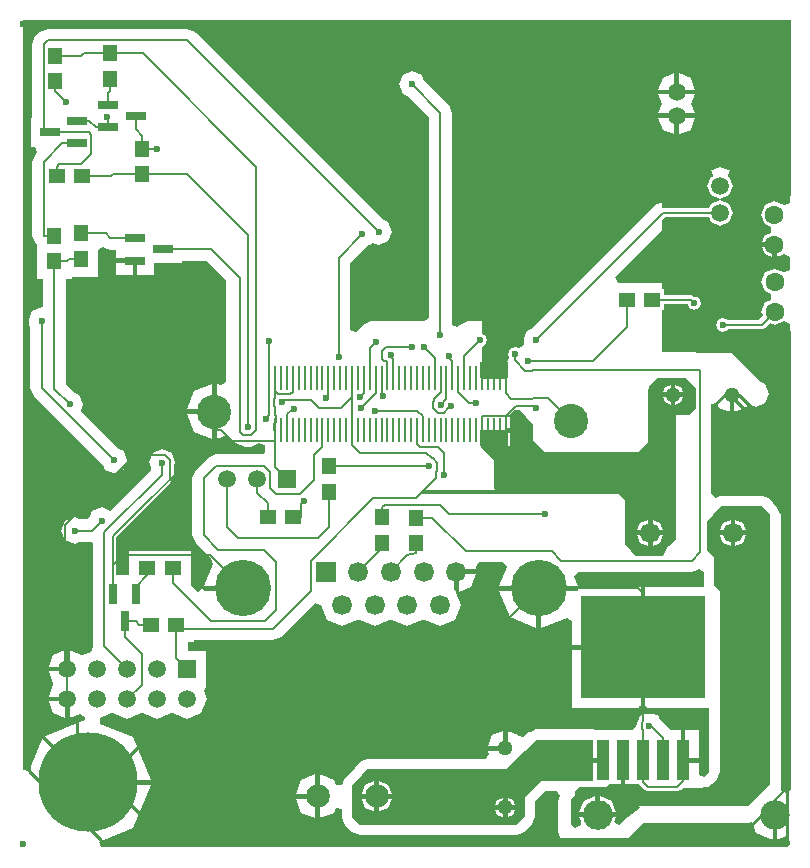
<source format=gtl>
%FSLAX24Y24*%
%MOIN*%
G70*
G01*
G75*
G04 Layer_Physical_Order=1*
G04 Layer_Color=255*
%ADD10R,0.0650X0.0315*%
%ADD11R,0.0571X0.0512*%
%ADD12R,0.0512X0.0571*%
%ADD13R,0.0315X0.0650*%
%ADD14R,0.0079X0.0827*%
%ADD15R,0.4134X0.3386*%
%ADD16R,0.0433X0.1378*%
%ADD17C,0.0079*%
%ADD18C,0.0098*%
%ADD19C,0.0118*%
%ADD20C,0.0787*%
%ADD21C,0.1142*%
%ADD22R,0.0591X0.0591*%
%ADD23C,0.0591*%
%ADD24C,0.0984*%
%ADD25O,0.1004X0.0984*%
%ADD26C,0.0630*%
%ADD27C,0.0669*%
%ADD28C,0.0665*%
%ADD29R,0.0665X0.0665*%
%ADD30C,0.1874*%
%ADD31C,0.0512*%
%ADD32C,0.3307*%
%ADD33C,0.0236*%
G36*
X19845Y38036D02*
X20032D01*
Y37948D01*
Y37749D01*
X20672D01*
Y37670D01*
X20751D01*
Y37198D01*
X21312D01*
Y37578D01*
X22232D01*
Y37666D01*
X23051D01*
X23696Y37021D01*
Y33617D01*
X23533Y33508D01*
X23393Y33566D01*
Y32639D01*
Y31713D01*
X23733Y31854D01*
X23809Y31823D01*
X23809Y31823D01*
Y31823D01*
X24049Y31583D01*
X24320Y31470D01*
X24544D01*
X24815Y31583D01*
X24987Y31511D01*
Y31281D01*
X24987Y31281D01*
X24987Y31281D01*
X24960Y31214D01*
X23360D01*
X23089Y31101D01*
X22689Y30701D01*
X22576Y30430D01*
Y28520D01*
X22689Y28249D01*
X23179Y27759D01*
X23194Y27752D01*
X23270Y27571D01*
X22958Y26819D01*
X24281D01*
Y26661D01*
X22958D01*
X22926Y26740D01*
X22762Y26630D01*
X22530Y26863D01*
Y27995D01*
X20482D01*
Y27204D01*
X20034D01*
Y28451D01*
X21841Y30259D01*
X21954Y30530D01*
Y30786D01*
X22017Y30940D01*
X21886Y31256D01*
X21570Y31387D01*
X21254Y31256D01*
X21123Y30940D01*
X21186Y30786D01*
Y30689D01*
X19829Y29332D01*
X19560Y29443D01*
X19244Y29312D01*
X19180Y29158D01*
X19065Y29044D01*
X18814D01*
X18660Y29107D01*
X18344Y28976D01*
X18213Y28660D01*
X18344Y28344D01*
X18660Y28213D01*
X18814Y28276D01*
X19224D01*
X19266Y28248D01*
Y24818D01*
X19272Y24804D01*
X19197Y24622D01*
X18949Y24519D01*
D01*
Y24519D01*
X18883D01*
Y24519D01*
X18495Y24680D01*
Y24052D01*
X18416D01*
Y23973D01*
X17788D01*
X17949Y23585D01*
D01*
Y23585D01*
Y23585D01*
D01*
X17949Y23519D01*
X17949D01*
X17788Y23131D01*
X18416D01*
Y23052D01*
X18495D01*
Y22424D01*
X18836Y22565D01*
X19000Y22456D01*
Y22367D01*
X17588Y21782D01*
X17123Y20660D01*
X16930Y20699D01*
Y35596D01*
X17024Y35615D01*
X17176Y35490D01*
Y33430D01*
X17176Y33430D01*
X17176Y33430D01*
X17289Y33159D01*
X19590Y30858D01*
X19654Y30704D01*
X19970Y30573D01*
X20286Y30704D01*
X20417Y31020D01*
X20286Y31336D01*
X20132Y31400D01*
X18861Y32671D01*
X18947Y32880D01*
X18816Y33196D01*
X18662Y33260D01*
X18368Y33555D01*
Y37058D01*
X18555D01*
Y37128D01*
X19439D01*
Y37975D01*
Y38014D01*
X19481Y38056D01*
X19603Y38137D01*
X19845Y38036D01*
D02*
G37*
G36*
X39062Y33725D02*
X39352Y33423D01*
Y33373D01*
Y32760D01*
X39330Y32737D01*
X39122Y32520D01*
X39118D01*
X38708Y32515D01*
Y28378D01*
X38486Y28140D01*
X38449Y28141D01*
X38254Y27822D01*
X38249Y27821D01*
X38249Y27821D01*
X38249Y27821D01*
X37341D01*
X37055Y28157D01*
X36994Y28229D01*
Y29603D01*
Y29647D01*
X36790Y29888D01*
X32832D01*
X32740Y29987D01*
X32648Y30087D01*
Y30980D01*
X32195Y31467D01*
Y31498D01*
X32172D01*
Y32010D01*
X32310D01*
Y31498D01*
X32350D01*
Y32010D01*
X32507D01*
Y31498D01*
X32546D01*
Y32010D01*
X32704D01*
Y31498D01*
X32743D01*
Y32010D01*
X32901D01*
Y31498D01*
X32940D01*
Y32010D01*
X33019D01*
Y32088D01*
X33157D01*
Y32521D01*
X33157D01*
Y32539D01*
X33296Y32679D01*
X33488D01*
X33941Y32192D01*
Y31676D01*
X34310Y31278D01*
X37452D01*
X37778Y31629D01*
X37784Y31636D01*
Y33384D01*
X37806Y33407D01*
Y33475D01*
X37826Y33496D01*
X38080Y33760D01*
X39028D01*
X39062Y33725D01*
D02*
G37*
G36*
X39817Y20614D02*
X39652Y20449D01*
X39470Y20524D01*
Y20939D01*
X38938D01*
Y21018D01*
X38860D01*
Y22022D01*
X38544D01*
X38540Y22031D01*
X38148Y22423D01*
X38126Y22476D01*
X37883Y22577D01*
X37922Y22770D01*
X39817D01*
Y20614D01*
D02*
G37*
G36*
X42521Y39834D02*
X42490Y39813D01*
Y39594D01*
X42298Y39514D01*
X41982Y39645D01*
X41666Y39514D01*
X41535Y39198D01*
X41666Y38882D01*
X41871Y38796D01*
Y38600D01*
X41666Y38514D01*
X41567Y38277D01*
X41982D01*
Y38198D01*
X42061D01*
Y37783D01*
X42298Y37882D01*
X42490Y37802D01*
Y37352D01*
X42302Y37274D01*
X41986Y37405D01*
X41670Y37274D01*
X41539Y36958D01*
X41670Y36642D01*
X41875Y36556D01*
Y36360D01*
X41670Y36274D01*
X41539Y35958D01*
X41586Y35843D01*
X41477Y35679D01*
X40430D01*
X40428Y35684D01*
X40428Y35684D01*
X40428Y35684D01*
X40428Y35684D01*
X40428D01*
X40423Y35696D01*
X40257Y35764D01*
X40246Y35760D01*
X40246Y35760D01*
Y35760D01*
D01*
D01*
Y35760D01*
X40091Y35696D01*
X40023Y35530D01*
X40091Y35364D01*
X40246Y35300D01*
Y35300D01*
D01*
D01*
X40246Y35300D01*
Y35300D01*
X40257Y35296D01*
X40423Y35364D01*
X40428Y35376D01*
X40428D01*
X40428Y35376D01*
X40428Y35376D01*
X40428Y35376D01*
X40430Y35381D01*
X41558D01*
X41558Y35381D01*
X41663Y35425D01*
X41819Y35580D01*
X41986Y35511D01*
X42302Y35642D01*
X42490Y35564D01*
Y35345D01*
X42524Y35322D01*
X42533Y20030D01*
X42369Y19921D01*
X42194Y19993D01*
X42191Y20000D01*
X42191Y20000D01*
X42191D01*
Y28760D01*
X42189Y28765D01*
Y29173D01*
X42145Y29280D01*
X42110Y29391D01*
X42084Y29422D01*
X42084D01*
Y29422D01*
X41840Y29716D01*
X41825Y29724D01*
X41819Y29739D01*
X41712Y29783D01*
X41609Y29837D01*
X41593Y29833D01*
X41578Y29839D01*
X40198D01*
X40183Y29833D01*
X40167Y29837D01*
X40064Y29783D01*
X40037Y29772D01*
X39874Y29882D01*
Y32882D01*
X40067Y32920D01*
X40132Y32763D01*
X40490Y32615D01*
Y33200D01*
X40647D01*
Y32615D01*
X41005Y32763D01*
X41013Y32781D01*
X41195Y32857D01*
X41367Y32785D01*
X41684Y32916D01*
X41815Y33233D01*
X41684Y33549D01*
X41529Y33613D01*
X40538Y34605D01*
X38251Y34610D01*
Y36008D01*
X38301D01*
Y36213D01*
X39087D01*
X39144Y36074D01*
X39310Y36006D01*
X39476Y36074D01*
X39540Y36229D01*
Y36229D01*
X39544Y36240D01*
X39476Y36406D01*
D01*
D01*
D01*
X39476D01*
X39472Y36407D01*
D01*
X39466Y36410D01*
X39310Y36474D01*
X39299Y36470D01*
D01*
Y36470D01*
X39293Y36467D01*
X39188Y36511D01*
X39188Y36511D01*
X38301D01*
Y36716D01*
X38251D01*
Y36933D01*
X36752D01*
X36677Y37115D01*
X38251Y38689D01*
Y39020D01*
X38339Y39108D01*
X39812D01*
X39875Y38956D01*
X40176Y38831D01*
X40478Y38956D01*
X40602Y39257D01*
X40478Y39558D01*
X40176Y39683D01*
X39875Y39558D01*
X39812Y39406D01*
X38277D01*
D01*
X38277Y39406D01*
X38277Y39406D01*
X38251Y39424D01*
Y39630D01*
X38006Y39528D01*
X33878Y35400D01*
X33724Y35336D01*
X33620Y35086D01*
Y34861D01*
X33456Y34752D01*
X33330Y34804D01*
X33164Y34736D01*
X33096Y34570D01*
X33151Y34437D01*
X33057Y34297D01*
X33001Y34274D01*
X33098D01*
Y33762D01*
X32940D01*
Y34274D01*
X32901D01*
Y33762D01*
X32743D01*
Y34274D01*
X32704D01*
Y33762D01*
X32546D01*
Y34274D01*
X32507D01*
Y33762D01*
X32350D01*
Y34274D01*
X32310D01*
Y33762D01*
X32172D01*
Y34274D01*
X32220D01*
Y34802D01*
X32346Y34854D01*
X32414Y35020D01*
X32346Y35186D01*
X32220Y35238D01*
Y35640D01*
X31759D01*
X31488Y35527D01*
X31415Y35455D01*
X31234Y35530D01*
Y42600D01*
X31121Y42871D01*
X30282Y43711D01*
X30218Y43865D01*
X29901Y43996D01*
X29585Y43865D01*
X29454Y43549D01*
X29585Y43232D01*
X29739Y43168D01*
X30466Y42441D01*
Y35756D01*
X30303Y35647D01*
X30295Y35650D01*
X28539D01*
X28268Y35537D01*
X28025Y35295D01*
X27844Y35370D01*
Y37601D01*
X28412Y38169D01*
X28566Y38233D01*
X28581Y38269D01*
X28790Y38183D01*
X29106Y38314D01*
X29237Y38630D01*
X29106Y38946D01*
X28952Y39010D01*
X22671Y45291D01*
X22400Y45404D01*
X17760D01*
X17489Y45291D01*
X17349Y45151D01*
X17236Y44880D01*
Y42416D01*
X17186D01*
Y41472D01*
X17338D01*
X17413Y41290D01*
X17359Y41235D01*
X17246Y40964D01*
Y38505D01*
X17359Y38234D01*
X17413Y38212D01*
Y37905D01*
Y37058D01*
X17600D01*
Y36134D01*
X17560Y36107D01*
X17560Y36107D01*
Y36107D01*
X17244Y35976D01*
X17123Y35685D01*
X16930Y35724D01*
Y45676D01*
X42518D01*
X42521Y39834D01*
D02*
G37*
G36*
X35946Y21097D02*
X36262D01*
Y20939D01*
X35946D01*
Y20330D01*
X35090D01*
X35088Y20328D01*
X34198D01*
X33788Y19918D01*
X33666Y19796D01*
Y19156D01*
Y19138D01*
X33438Y18910D01*
X33382Y18854D01*
X28152D01*
X27900Y19106D01*
X27896Y19110D01*
Y20162D01*
Y20188D01*
X28226Y20518D01*
X28414Y20706D01*
X33030D01*
X33662Y21338D01*
X34024Y21700D01*
X35946D01*
Y21097D01*
D02*
G37*
G36*
X42079Y18359D02*
X42370Y18480D01*
X42476Y18409D01*
X42496Y18213D01*
X42395Y18112D01*
X37108D01*
X37033Y18294D01*
X37088Y18349D01*
X37115Y18415D01*
X37333Y18633D01*
X37333Y18633D01*
X37611Y18911D01*
X41102D01*
X41225Y18962D01*
X41382Y18582D01*
X41921Y18359D01*
Y19200D01*
X42079D01*
Y18359D01*
D02*
G37*
G36*
X41822Y29204D02*
X41848Y29173D01*
Y28770D01*
Y28765D01*
X41850Y28760D01*
Y20215D01*
X41850Y20215D01*
X41106Y19485D01*
X37464D01*
X37496Y19462D01*
Y19436D01*
X37107Y19106D01*
X36807Y18852D01*
X36648Y18968D01*
X36711Y19121D01*
X35478D01*
X35528Y19001D01*
Y18854D01*
X35349Y18771D01*
X35212Y18888D01*
X35200Y18897D01*
Y19685D01*
Y19731D01*
X35330Y19841D01*
Y19967D01*
X35373Y20008D01*
X35484Y20118D01*
X35658D01*
X35675Y20132D01*
X36368D01*
X36469Y20231D01*
X36576D01*
Y20231D01*
X36576D01*
X36576Y20231D01*
X36616D01*
Y20231D01*
X36852D01*
Y21018D01*
X37009D01*
Y20231D01*
X37246D01*
Y20231D01*
X37246D01*
X37246Y20231D01*
X37285D01*
Y20231D01*
X37475D01*
X37495Y20185D01*
X37655Y20025D01*
X37655Y20025D01*
X37760Y19981D01*
X38749D01*
X38749Y19981D01*
X38854Y20025D01*
X38930Y20100D01*
X39579D01*
X39606Y20127D01*
X39652Y20108D01*
X39715Y20134D01*
X39782D01*
X39830Y20182D01*
X39893Y20208D01*
X40058Y20373D01*
X40157Y20614D01*
Y20668D01*
X40166Y20677D01*
Y26611D01*
X40187Y26631D01*
X39992Y26823D01*
X39980D01*
Y27766D01*
X39970Y27764D01*
X39750Y28029D01*
Y28422D01*
Y28959D01*
X40158Y29450D01*
X40198Y29498D01*
X41578D01*
X41822Y29204D01*
D02*
G37*
G36*
X33055Y27443D02*
X32797Y26819D01*
X35442D01*
X35316Y27123D01*
X35425Y27286D01*
X39220D01*
X39466Y27388D01*
X39630Y27279D01*
Y26786D01*
X37679D01*
Y24778D01*
Y22770D01*
X37698D01*
X37737Y22577D01*
X37494Y22476D01*
X37363Y22160D01*
X37363Y22160D01*
X37363Y22160D01*
X37270Y22022D01*
X35992D01*
X35946Y22041D01*
X34024D01*
X33854Y21970D01*
X33783Y21941D01*
X33640Y21798D01*
X33447Y21837D01*
X33443Y21847D01*
X33085Y21996D01*
Y21410D01*
X33006D01*
Y21332D01*
X32421D01*
X32471Y21211D01*
X32362Y21047D01*
X28414D01*
X28244Y20976D01*
X28173Y20947D01*
X27985Y20759D01*
X27985Y20759D01*
X27655Y20429D01*
X27559Y20198D01*
X27363Y20198D01*
X27298Y20355D01*
X26834Y20547D01*
Y19813D01*
Y19079D01*
X27298Y19271D01*
X27362Y19426D01*
X27555Y19388D01*
Y19110D01*
X27605Y18989D01*
X27655Y18869D01*
X27659Y18865D01*
X27659Y18865D01*
X27911Y18613D01*
X28152Y18513D01*
X33382D01*
X33503Y18563D01*
X33623Y18613D01*
X33679Y18669D01*
X33679Y18669D01*
X33907Y18897D01*
X34007Y19138D01*
Y19156D01*
Y19655D01*
X34029Y19677D01*
X34029Y19677D01*
X34339Y19987D01*
X34740D01*
X34849Y19823D01*
X34773Y19640D01*
Y19584D01*
Y18618D01*
X34873Y18377D01*
X34885Y18365D01*
X34885Y18365D01*
X34956Y18294D01*
X34881Y18112D01*
X19520D01*
X19481Y18305D01*
X20601Y18769D01*
X21193Y20197D01*
X19094D01*
Y20354D01*
X21193D01*
X20601Y21782D01*
X19511Y22234D01*
Y22431D01*
X19883Y22585D01*
X19883Y22585D01*
X19949D01*
Y22585D01*
X20416Y22391D01*
X20883Y22585D01*
X20883Y22585D01*
X20949D01*
Y22585D01*
X21416Y22391D01*
X21883Y22585D01*
X21883Y22585D01*
X21949D01*
Y22585D01*
X22416Y22391D01*
X22883Y22585D01*
X23077Y23052D01*
X22958Y23339D01*
X23026Y23442D01*
X23026D01*
Y24662D01*
X22423D01*
Y24953D01*
X22640D01*
Y25006D01*
X25267D01*
X25538Y25119D01*
X26677Y26258D01*
X26863Y26181D01*
Y26181D01*
X26863Y26181D01*
X27069Y25685D01*
X27564Y25480D01*
X28060Y25685D01*
X28060Y25685D01*
X28159D01*
Y25685D01*
X28655Y25480D01*
X29150Y25685D01*
X29150Y25685D01*
X29250D01*
Y25685D01*
X29745Y25480D01*
X30241Y25685D01*
X30241Y25685D01*
X30340D01*
Y25685D01*
X30836Y25480D01*
X31332Y25685D01*
X31537Y26181D01*
X31369Y26586D01*
X31381Y26598D01*
X31361Y26607D01*
X31332Y26677D01*
X31302Y26689D01*
Y27299D01*
X31381D01*
Y27378D01*
X32049D01*
X32023Y27443D01*
X32132Y27606D01*
X32946D01*
X33055Y27443D01*
D02*
G37*
%LPC*%
G36*
X39470Y22022D02*
X39017D01*
Y21097D01*
X39470D01*
Y22022D01*
D02*
G37*
G36*
X32927Y21996D02*
X32569Y21847D01*
X32421Y21489D01*
X32927D01*
Y21996D01*
D02*
G37*
G36*
X37521Y26786D02*
X35456D01*
X35474Y26740D01*
X35442Y26661D01*
X34198D01*
Y25418D01*
X35054Y25772D01*
X35218Y25663D01*
Y24857D01*
X37521D01*
Y26786D01*
D02*
G37*
G36*
X34041Y26661D02*
X32797D01*
X33161Y25782D01*
X34041Y25418D01*
Y26661D01*
D02*
G37*
G36*
X18337Y24680D02*
X17949Y24519D01*
X17788Y24131D01*
X18337D01*
Y24680D01*
D02*
G37*
G36*
Y22973D02*
X17788D01*
X17949Y22585D01*
X18337Y22424D01*
Y22973D01*
D02*
G37*
G36*
X37521Y24699D02*
X35218D01*
Y22770D01*
X37521D01*
Y24699D01*
D02*
G37*
G36*
X36016Y19811D02*
X35633Y19652D01*
X35478Y19279D01*
X36016D01*
Y19811D01*
D02*
G37*
G36*
X36173D02*
Y19279D01*
X36711D01*
X36650Y19426D01*
X36556Y19652D01*
X36173Y19811D01*
D02*
G37*
G36*
X28645Y19734D02*
X28224D01*
X28347Y19436D01*
X28645Y19313D01*
Y19734D01*
D02*
G37*
G36*
X26676D02*
X26021D01*
X26213Y19271D01*
X26676Y19079D01*
Y19734D01*
D02*
G37*
G36*
X32927Y19363D02*
X32676D01*
X32750Y19186D01*
X32927Y19112D01*
Y19363D01*
D02*
G37*
G36*
X33336D02*
X33085D01*
Y19112D01*
X33262Y19186D01*
X33336Y19363D01*
D02*
G37*
G36*
X26676Y20547D02*
X26213Y20355D01*
X26021Y19892D01*
X26676D01*
Y20547D01*
D02*
G37*
G36*
X28645Y20313D02*
X28347Y20190D01*
X28224Y19892D01*
X28645D01*
Y20313D01*
D02*
G37*
G36*
X28802D02*
Y19892D01*
X29224D01*
X29100Y20190D01*
X28802Y20313D01*
D02*
G37*
G36*
X29224Y19734D02*
X28802D01*
Y19313D01*
X29100Y19436D01*
X29224Y19734D01*
D02*
G37*
G36*
X32927Y19772D02*
X32750Y19698D01*
X32676Y19521D01*
X32927D01*
Y19772D01*
D02*
G37*
G36*
X33085D02*
Y19521D01*
X33336D01*
X33262Y19698D01*
X33085Y19772D01*
D02*
G37*
G36*
X38679Y33530D02*
Y33279D01*
X38930D01*
X38856Y33456D01*
X38679Y33530D01*
D02*
G37*
G36*
X20593Y37591D02*
X20032D01*
Y37198D01*
X20593D01*
Y37591D01*
D02*
G37*
G36*
X41903Y38119D02*
X41567D01*
X41666Y37882D01*
X41903Y37783D01*
Y38119D01*
D02*
G37*
G36*
X38521Y33121D02*
X38270D01*
X38344Y32944D01*
X38521Y32870D01*
Y33121D01*
D02*
G37*
G36*
X38930D02*
X38679D01*
Y32870D01*
X38856Y32944D01*
X38930Y33121D01*
D02*
G37*
G36*
X38521Y33530D02*
X38344Y33456D01*
X38270Y33279D01*
X38521D01*
Y33530D01*
D02*
G37*
G36*
X39348Y43214D02*
X38092D01*
X38222Y42899D01*
X38092Y42584D01*
X39348D01*
X39217Y42899D01*
X39348Y43214D01*
D02*
G37*
G36*
X38641Y43920D02*
X38253Y43760D01*
X38092Y43371D01*
X38641D01*
Y43920D01*
D02*
G37*
G36*
X38798D02*
Y43371D01*
X39348D01*
X39187Y43760D01*
X38798Y43920D01*
D02*
G37*
G36*
X40176Y40803D02*
X39830Y40660D01*
X39891D01*
X39930Y40467D01*
X39875Y40444D01*
X39750Y40143D01*
X39875Y39842D01*
X40176Y39717D01*
X40478Y39842D01*
X40602Y40143D01*
X40478Y40444D01*
X40423Y40467D01*
X40461Y40660D01*
X40523D01*
X40176Y40803D01*
D02*
G37*
G36*
X38641Y42426D02*
X38092D01*
X38253Y42038D01*
X38641Y41877D01*
Y42426D01*
D02*
G37*
G36*
X39348D02*
X38798D01*
Y41877D01*
X39187Y42038D01*
X39348Y42426D01*
D02*
G37*
G36*
X40521Y28521D02*
X40164D01*
X40174Y28498D01*
D01*
X40269Y28269D01*
X40521Y28164D01*
Y28521D01*
D02*
G37*
G36*
X41036D02*
X40679D01*
Y28164D01*
X40931Y28269D01*
X41036Y28521D01*
D02*
G37*
G36*
X37765Y29036D02*
X37513Y28931D01*
X37408Y28679D01*
X37765D01*
Y29036D01*
D02*
G37*
G36*
X32049Y27220D02*
X31460D01*
Y26631D01*
X31877Y26804D01*
X32049Y27220D01*
D02*
G37*
G36*
X37765Y28521D02*
X37408D01*
X37513Y28269D01*
X37765Y28164D01*
Y28521D01*
D02*
G37*
G36*
X38280D02*
X37923D01*
Y28164D01*
X38176Y28269D01*
X38280Y28521D01*
D02*
G37*
G36*
X33157Y31931D02*
X33098D01*
Y31498D01*
X33157D01*
Y31931D01*
D02*
G37*
G36*
X23235Y32561D02*
X22388D01*
X22636Y31961D01*
X23235Y31713D01*
Y32561D01*
D02*
G37*
G36*
Y33566D02*
X22636Y33317D01*
X22388Y32718D01*
X23235D01*
Y33566D01*
D02*
G37*
G36*
X37923Y29036D02*
Y28679D01*
X38280D01*
X38176Y28931D01*
X37923Y29036D01*
D02*
G37*
G36*
X40521D02*
X40269Y28931D01*
X40164Y28679D01*
X40521D01*
Y29036D01*
D02*
G37*
G36*
X40679D02*
Y28679D01*
X41036D01*
X40931Y28931D01*
X40679Y29036D01*
D02*
G37*
%LPD*%
D10*
X19774Y42112D02*
D03*
Y42862D02*
D03*
X20694Y42492D02*
D03*
X18746Y42324D02*
D03*
Y41574D02*
D03*
X17826Y41944D02*
D03*
X20672Y37670D02*
D03*
Y38420D02*
D03*
X21592Y38050D02*
D03*
D11*
X18061Y40484D02*
D03*
X18907D02*
D03*
X21193Y25524D02*
D03*
X22039D02*
D03*
X21929Y27424D02*
D03*
X21083D02*
D03*
X25943Y29124D02*
D03*
X25097D02*
D03*
X37071Y36362D02*
D03*
X37917D02*
D03*
D12*
X20904Y41393D02*
D03*
Y40547D02*
D03*
X19838Y43727D02*
D03*
Y44573D02*
D03*
X18014Y44497D02*
D03*
Y43651D02*
D03*
X18868Y38575D02*
D03*
Y37729D02*
D03*
X17984Y38505D02*
D03*
Y37659D02*
D03*
X27138Y29967D02*
D03*
Y30813D02*
D03*
X30044Y28259D02*
D03*
Y29105D02*
D03*
X28904Y29107D02*
D03*
Y28261D02*
D03*
D13*
X19946Y26564D02*
D03*
X20696D02*
D03*
X20326Y25644D02*
D03*
D14*
X25342Y33762D02*
D03*
X25539D02*
D03*
X25735D02*
D03*
X25932D02*
D03*
X26129D02*
D03*
X26326D02*
D03*
X26523D02*
D03*
X26720D02*
D03*
X26917D02*
D03*
X27113D02*
D03*
X27310D02*
D03*
X27507D02*
D03*
X27704D02*
D03*
X27901D02*
D03*
X28098D02*
D03*
X28294D02*
D03*
X28491D02*
D03*
X28688D02*
D03*
X28885D02*
D03*
X29082D02*
D03*
X29279D02*
D03*
X29476D02*
D03*
X29672D02*
D03*
X29869D02*
D03*
X30066D02*
D03*
X30263D02*
D03*
X30460D02*
D03*
X30657D02*
D03*
X30854D02*
D03*
X31050D02*
D03*
X31247D02*
D03*
X31444D02*
D03*
X31641D02*
D03*
X31838D02*
D03*
X32035D02*
D03*
X32232D02*
D03*
X32428D02*
D03*
X32625D02*
D03*
X32822D02*
D03*
X33019D02*
D03*
X25342Y32009D02*
D03*
X25539D02*
D03*
X25735D02*
D03*
X25932D02*
D03*
X26129D02*
D03*
X26326D02*
D03*
X26523D02*
D03*
X26720D02*
D03*
X26917D02*
D03*
X27113D02*
D03*
X27310D02*
D03*
X27507D02*
D03*
X27704D02*
D03*
X27901D02*
D03*
X28098D02*
D03*
X28294D02*
D03*
X28491D02*
D03*
X28688D02*
D03*
X28885D02*
D03*
X29082D02*
D03*
X29279D02*
D03*
X29476D02*
D03*
X29672D02*
D03*
X29869D02*
D03*
X30066D02*
D03*
X30263D02*
D03*
X30460D02*
D03*
X30657D02*
D03*
X30854D02*
D03*
X31050D02*
D03*
X31247D02*
D03*
X31444D02*
D03*
X31641D02*
D03*
X31838D02*
D03*
X32035D02*
D03*
X32232D02*
D03*
X32428D02*
D03*
X32625D02*
D03*
X32822D02*
D03*
X33019D02*
D03*
D15*
X37600Y24778D02*
D03*
D16*
X38939Y21018D02*
D03*
X38269D02*
D03*
X37600D02*
D03*
X36931D02*
D03*
X36261D02*
D03*
D17*
X17000Y35540D02*
X17050Y35490D01*
X16970Y35490D02*
Y35740D01*
X17000Y35770D01*
Y35540D02*
Y35770D01*
X17050Y35490D02*
Y35770D01*
X17110Y35830D01*
Y35420D02*
Y35830D01*
X34030Y32750D02*
Y32827D01*
X25100Y32480D02*
X25150Y32530D01*
Y32748D01*
X24544Y31854D02*
X24710Y32020D01*
Y40783D01*
X20920Y44573D02*
X24710Y40783D01*
X25327Y32535D02*
Y32821D01*
Y32535D02*
X25356Y32506D01*
Y32294D02*
Y32506D01*
X25314Y32252D02*
X25356Y32294D01*
X25314Y32037D02*
Y32252D01*
Y32037D02*
X25342Y32009D01*
X24420Y32090D02*
Y38527D01*
X25137Y32761D02*
Y33119D01*
Y32761D02*
X25150Y32748D01*
X25314Y33046D02*
X25342Y33074D01*
X25314Y32834D02*
Y33046D01*
Y32834D02*
X25327Y32821D01*
X24170Y32222D02*
Y37090D01*
X24164Y31956D02*
Y32216D01*
X24170Y32222D01*
X24266Y31854D02*
X24544D01*
X24164Y31956D02*
X24266Y31854D01*
X23903Y31655D02*
X25342D01*
X25840Y33210D02*
X25932Y33302D01*
X25440Y33210D02*
X25840D01*
X25570Y32940D02*
X25663Y33033D01*
X25930Y32670D02*
X25970D01*
X25895Y32704D02*
X25930Y32670D01*
X18350Y28860D02*
X20670Y31180D01*
X18350Y24118D02*
Y28860D01*
Y24118D02*
X18416Y24052D01*
X26206Y29906D02*
X26650Y30350D01*
X26184Y29906D02*
X26206D01*
X26168Y29890D02*
X26184Y29906D01*
X25369Y29890D02*
X26168D01*
X26650Y30350D02*
Y31193D01*
X37470Y22740D02*
X37600Y22870D01*
X37740Y22730D02*
X38030D01*
X37750Y22655D02*
X37955D01*
X37630Y22600D02*
X38010D01*
X37575Y22655D02*
X37750D01*
Y22720D01*
X37955Y22655D02*
X37980Y22680D01*
X37600Y22312D02*
Y22630D01*
X37575Y22655D02*
X37600Y22630D01*
X37630Y22600D01*
X37600Y22870D02*
X37740Y22730D01*
X37600Y22870D02*
Y24778D01*
X37554Y22266D02*
X37600Y22312D01*
X37554Y22054D02*
Y22266D01*
Y22054D02*
X37600Y22008D01*
X23210Y38050D02*
X24170Y37090D01*
X21680Y31180D02*
X21850Y31010D01*
Y30384D02*
Y31010D01*
X27470Y34390D02*
Y34460D01*
X27460Y34380D02*
X27470Y34390D01*
X31116Y32769D02*
X31187Y32840D01*
X31116Y32744D02*
Y32769D01*
X30966Y32594D02*
X31116Y32744D01*
X30754Y32594D02*
X30966D01*
X30604Y32744D02*
X30754Y32594D01*
X30604Y32744D02*
Y32956D01*
X30624Y32976D01*
Y33050D01*
X31200Y32820D02*
Y32827D01*
X31187Y32840D02*
X31200Y32827D01*
X31050Y33040D02*
Y33762D01*
X30860Y32850D02*
X31050Y33040D01*
X30586Y31086D02*
X30740Y30932D01*
Y30672D02*
Y30932D01*
X30384Y31260D02*
X30558Y31086D01*
X30586D01*
X30704Y30636D02*
X30740Y30672D01*
X30704Y30424D02*
Y30636D01*
X30040Y29760D02*
X30704Y30424D01*
X28688Y33248D02*
Y33762D01*
X28210Y32770D02*
X28688Y33248D01*
X25150Y33132D02*
Y35000D01*
X25137Y33119D02*
X25150Y33132D01*
X35921Y34310D02*
X37071Y35460D01*
X33850Y34310D02*
X35921D01*
X33790Y34250D02*
X33850Y34310D01*
X33780Y34260D02*
Y34330D01*
Y34260D02*
X33790Y34250D01*
X34445Y33083D02*
X35204Y32324D01*
X33924Y33083D02*
X34445D01*
X33907Y33066D02*
X33924Y33083D01*
X33214Y33066D02*
X33907D01*
X34027Y32830D02*
X34030Y32827D01*
X29034Y34780D02*
X29910D01*
X29146Y34524D02*
X29213D01*
X28894Y34640D02*
X29034Y34780D01*
X30657Y33762D02*
Y34413D01*
X30320Y34750D02*
X30657Y34413D01*
X30220Y34750D02*
X30320D01*
X30260Y34790D02*
X30290D01*
X30220Y34750D02*
X30260Y34790D01*
X31140Y34417D02*
X31169Y34446D01*
X33330Y34348D02*
Y34570D01*
Y34348D02*
X33684Y33994D01*
X33896D02*
X33916Y34014D01*
X33684Y33994D02*
X33896D01*
X25342Y33074D02*
Y33308D01*
X18746Y42324D02*
X19150D01*
X19362Y42112D01*
X19774D01*
X18907Y40484D02*
X19870D01*
X19933Y40547D01*
X20904D01*
X18416Y23052D02*
Y24052D01*
X17984Y37659D02*
X18390D01*
X18460Y37729D01*
X18868D01*
X25097Y29124D02*
Y29580D01*
X24746Y29931D02*
X25097Y29580D01*
X24746Y29931D02*
Y30392D01*
X20904Y41393D02*
Y41830D01*
X20694Y42040D02*
X20904Y41830D01*
X20694Y42040D02*
Y42492D01*
X18868Y38575D02*
X19690D01*
X19845Y38420D01*
X20672D01*
X18014Y44497D02*
X18880D01*
X18956Y44573D01*
X19838D01*
X19774Y42862D02*
Y43260D01*
X19838Y43324D01*
Y43727D01*
X20326Y25644D02*
X20690D01*
X20810Y25524D01*
X21193D01*
X32232Y33760D02*
Y33762D01*
X32428Y33760D02*
Y33762D01*
X25932Y33302D02*
Y33762D01*
X38939Y20320D02*
Y21018D01*
X38749Y20130D02*
X38939Y20320D01*
X37760Y20130D02*
X38749D01*
X37600Y20290D02*
X37760Y20130D01*
X37600Y20290D02*
Y21018D01*
X20696Y26564D02*
Y26800D01*
X21083Y27187D01*
Y27424D01*
X23746Y28800D02*
Y30392D01*
Y28800D02*
X24116Y28430D01*
X26768D01*
X27138Y28800D01*
Y29967D01*
X37600Y24778D02*
Y26580D01*
X37440Y26740D02*
X37600Y26580D01*
X34119Y26740D02*
X37440D01*
X25342Y30796D02*
X25746Y30392D01*
X31804Y32920D02*
X32027D01*
X31444Y33280D02*
X31804Y32920D01*
X31444Y33280D02*
Y33762D01*
X38269Y21018D02*
Y21760D01*
X37869Y22160D02*
X38269Y21760D01*
X37810Y22160D02*
X37869D01*
X37600Y21018D02*
Y22008D01*
X33006Y21411D02*
Y25627D01*
X34119Y26740D01*
X39188Y36362D02*
X39310Y36240D01*
X37917Y36362D02*
X39188D01*
X17630Y38505D02*
X17984D01*
X17630D02*
Y40964D01*
X18240Y41574D01*
X18746D01*
X33019Y33261D02*
X33214Y33066D01*
X33019Y33261D02*
Y33762D01*
X26210Y29570D02*
X26290Y29650D01*
X25943Y29124D02*
X26210D01*
X17826Y41944D02*
X19136D01*
X19210Y41870D01*
Y41210D02*
Y41870D01*
X18880Y40880D02*
X19210Y41210D01*
X18141Y40880D02*
X18880D01*
X18061Y40800D02*
X18141Y40880D01*
X18061Y40484D02*
Y40800D01*
X17620Y41944D02*
X17826D01*
X17620Y44880D02*
X17760Y45020D01*
X22400D01*
X28790Y38630D01*
X18014Y43336D02*
X18380Y42970D01*
X18014Y43336D02*
Y43651D01*
X21929Y26921D02*
Y27424D01*
Y26921D02*
X23190Y25660D01*
X24990D01*
X25360Y26030D01*
Y27630D01*
X24960Y28030D02*
X25360Y27630D01*
X23450Y28030D02*
X24960D01*
X22960Y28520D02*
X23450Y28030D01*
X22960Y28520D02*
Y30430D01*
X23360Y30830D01*
X24960D01*
X25179Y30611D01*
Y30080D02*
Y30611D01*
Y30080D02*
X25369Y29890D01*
X26650Y31193D02*
X26917Y31460D01*
Y32009D01*
X28904Y29107D02*
Y29440D01*
X28994Y29530D01*
X30840D01*
X25735Y32009D02*
Y32544D01*
X25895Y32704D01*
X28294Y33265D02*
Y33762D01*
X28160Y33130D02*
X28294Y33265D01*
X27460Y34380D02*
Y37760D01*
X28249Y38549D01*
X31641Y33762D02*
Y34481D01*
X32180Y35020D01*
X34040D02*
X38277Y39257D01*
X40176D01*
X32232Y32009D02*
Y32480D01*
X19730Y42470D02*
X19774Y42426D01*
Y42112D02*
Y42426D01*
X30263Y32009D02*
Y32487D01*
X30080Y32670D02*
X30263Y32487D01*
X28660Y32670D02*
X30080D01*
X23314Y32009D02*
X23548D01*
X23314D02*
Y32639D01*
X19838Y44573D02*
X20920D01*
X21592Y38050D02*
X23210D01*
X20416Y23052D02*
X20890Y23526D01*
Y24566D01*
X20326Y25130D02*
X20890Y24566D01*
X20326Y25130D02*
Y25644D01*
X20904Y41393D02*
X21413D01*
X37071Y35460D02*
Y36362D01*
X28491Y33762D02*
Y34742D01*
X28717Y34968D01*
X29130Y34540D02*
X29279Y34391D01*
Y33762D02*
Y34391D01*
X20670Y37670D02*
X20672D01*
X18416Y28906D02*
X20670Y31160D01*
X19224Y28660D02*
X19560Y28996D01*
X18660Y28660D02*
X19224D01*
X29901Y43549D02*
X30850Y42600D01*
Y35180D02*
Y42600D01*
X28894Y34400D02*
Y34640D01*
Y34400D02*
X28981Y34313D01*
X29062D01*
X29082Y34293D01*
Y33762D02*
Y34293D01*
X28885Y33195D02*
Y33762D01*
Y33195D02*
X28930Y33150D01*
X22400Y40547D02*
X24420Y38527D01*
X20904Y40547D02*
X22400D01*
X20266Y27840D02*
X23181D01*
X24281Y26740D01*
X21570Y30530D02*
Y30940D01*
X19650Y28610D02*
X21570Y30530D01*
X19650Y24818D02*
Y28610D01*
Y24818D02*
X20416Y24052D01*
X17984Y33396D02*
Y37659D01*
Y33396D02*
X18500Y32880D01*
X17560Y33430D02*
Y35660D01*
Y33430D02*
X19970Y31020D01*
X27023Y33100D02*
X27113Y33190D01*
Y33762D01*
X30066Y31544D02*
Y32009D01*
X28109Y27299D02*
X28904Y28094D01*
Y28261D01*
X29200Y27299D02*
X29741Y27840D01*
X30044Y27920D01*
Y28259D01*
Y29105D02*
X30570D01*
X31685Y27990D01*
X34560D01*
X34880Y27670D01*
X39220D01*
X39490Y27940D01*
Y34010D01*
X30624Y33050D02*
X30854Y33280D01*
Y33762D01*
X31247D02*
Y34310D01*
X31140Y34417D02*
X31247Y34310D01*
X33369Y32830D02*
X34027D01*
X25267Y25390D02*
X26520Y26643D01*
Y27670D01*
X28610Y29760D01*
X27901Y31519D02*
X28160Y31260D01*
X27901Y31519D02*
Y32009D01*
X26813Y32740D02*
X27520D01*
X26520Y33033D02*
X26813Y32740D01*
X25663Y33033D02*
X26520D01*
X22039Y24429D02*
X22416Y24052D01*
X19946Y27520D02*
X20266Y27840D01*
X19946Y27520D02*
Y28480D01*
X20670Y31160D02*
Y31180D01*
Y37670D01*
X19946Y28480D02*
X23121Y31655D01*
X25342Y30796D02*
Y31655D01*
X20670Y31180D02*
X21680D01*
X23548Y32009D02*
X23903Y31655D01*
X23121D02*
X23903D01*
X25342Y33308D02*
X25440Y33210D01*
X32232Y33760D02*
X32428D01*
X32625D02*
X32822D01*
Y33762D01*
X32625Y33760D02*
Y33762D01*
X32822D02*
X33019D01*
X26210Y29124D02*
Y29570D01*
X22039Y24429D02*
Y25390D01*
X27520Y32740D02*
X27901Y33121D01*
Y32009D02*
Y33121D01*
X33019Y32009D02*
Y32480D01*
X32232D02*
X33019D01*
X33450D01*
X33019D02*
X33369Y32830D01*
X17620Y41944D02*
Y44880D01*
X25342Y31655D02*
Y32009D01*
X27901Y33121D02*
Y33762D01*
X22039Y25390D02*
Y25524D01*
X32625Y33762D02*
X32822D01*
X32428D02*
X32625D01*
X25342Y33308D02*
Y33762D01*
X19946Y26564D02*
Y27520D01*
X30840Y29530D02*
X31150Y29220D01*
X34332D01*
X39486Y34014D02*
X39490Y34010D01*
X33916Y34014D02*
X39486D01*
X42254Y19961D02*
Y20108D01*
X41860Y19567D02*
X42254Y19961D01*
X30066Y31544D02*
X30170Y31440D01*
X30480Y30830D02*
X30496D01*
X27138Y30813D02*
X30496D01*
Y30830D01*
X28160Y31260D02*
X30384D01*
X30170Y31440D02*
X30780D01*
X30965Y31255D01*
Y30575D02*
Y31255D01*
X22039Y25390D02*
X25267D01*
X28610Y29760D02*
X30040D01*
X41558Y35530D02*
X41986Y35958D01*
X40257Y35530D02*
X41558D01*
X34570Y18170D02*
X37210D01*
X34570D02*
X34610Y18210D01*
X37240Y18290D02*
X37320Y18210D01*
X34720Y18380D02*
X37520D01*
X37480Y18340D02*
X37520Y18380D01*
X34610Y18210D02*
X37320D01*
X34630Y18290D02*
X34680Y18340D01*
X34720Y18380D01*
X34630Y18290D02*
X37240D01*
X34640Y18340D02*
X34680D01*
X37480D01*
D18*
X17150Y20658D02*
Y21762D01*
Y20658D02*
X17684Y20124D01*
X18734Y21174D01*
Y22350D01*
X19094Y20276D02*
X19598D01*
X21050Y21728D01*
X17328Y22042D02*
X19094Y20276D01*
Y18786D02*
Y20276D01*
Y18786D02*
X19520Y18360D01*
X19094Y20276D02*
X19776D01*
X21140Y18912D01*
X39961Y32835D02*
X40404Y33278D01*
X40568Y33200D02*
X40796D01*
X41211Y32785D01*
X40404Y33278D02*
X41033Y32648D01*
X42411Y18327D02*
Y20325D01*
X41024Y18839D02*
X41191D01*
X41565Y19213D01*
D19*
X30270Y29950D02*
X33120D01*
D20*
X26755Y19813D02*
D03*
X28724D02*
D03*
D21*
X35204Y32324D02*
D03*
X23314Y32639D02*
D03*
D22*
X25746Y30392D02*
D03*
X22416Y24052D02*
D03*
D23*
X23746Y30392D02*
D03*
X24746D02*
D03*
X40176Y39257D02*
D03*
X38720Y43292D02*
D03*
Y42505D02*
D03*
X40176Y40143D02*
D03*
X18416Y23052D02*
D03*
X19416D02*
D03*
X20416D02*
D03*
X21416D02*
D03*
X22416D02*
D03*
X18416Y24052D02*
D03*
X19416D02*
D03*
X20416D02*
D03*
X21416D02*
D03*
D24*
X42000Y19200D02*
D03*
D25*
X36094D02*
D03*
D26*
X41986Y36958D02*
D03*
Y35958D02*
D03*
X41982Y39198D02*
D03*
Y38198D02*
D03*
D27*
X40600Y28600D02*
D03*
X37844D02*
D03*
D28*
X31381Y27299D02*
D03*
X30836Y26181D02*
D03*
X30291Y27299D02*
D03*
X29745Y26181D02*
D03*
X29200Y27299D02*
D03*
X28655Y26181D02*
D03*
X28109Y27299D02*
D03*
X27564Y26181D02*
D03*
D29*
X27019Y27299D02*
D03*
D30*
X24281Y26740D02*
D03*
X34119D02*
D03*
D31*
X40568Y33200D02*
D03*
X38600D02*
D03*
X33006Y21411D02*
D03*
Y19442D02*
D03*
D32*
X19094Y20276D02*
D03*
D33*
X34030Y32750D02*
D03*
X25020Y32400D02*
D03*
X24420Y32110D02*
D03*
X25570Y32940D02*
D03*
X25970Y32730D02*
D03*
X19560Y28996D02*
D03*
X18660Y28660D02*
D03*
X21570Y30920D02*
D03*
X27470Y34460D02*
D03*
X31200Y32820D02*
D03*
X33780Y34330D02*
D03*
X40257Y35530D02*
D03*
X29910Y34780D02*
D03*
X29213Y34524D02*
D03*
X30290Y34790D02*
D03*
X31150Y34490D02*
D03*
X32027Y32920D02*
D03*
X37810Y22160D02*
D03*
X30860Y32850D02*
D03*
X26290Y29650D02*
D03*
X28790Y38630D02*
D03*
X18380Y42970D02*
D03*
X28160Y33130D02*
D03*
X28249Y38549D02*
D03*
X32180Y35020D02*
D03*
X34040D02*
D03*
X19730Y42470D02*
D03*
X28660Y32670D02*
D03*
X25150Y35000D02*
D03*
X21413Y41393D02*
D03*
X28717Y34968D02*
D03*
X29901Y43549D02*
D03*
X30850Y35180D02*
D03*
X28210Y32770D02*
D03*
X28930Y33150D02*
D03*
X18500Y32880D02*
D03*
X17560Y35660D02*
D03*
X19970Y31020D02*
D03*
X27023Y33100D02*
D03*
X33330Y34570D02*
D03*
X34332Y29220D02*
D03*
X32898Y30100D02*
D03*
X25118Y18590D02*
D03*
Y19378D02*
D03*
Y20165D02*
D03*
Y20952D02*
D03*
Y21740D02*
D03*
X24330Y18590D02*
D03*
Y19378D02*
D03*
Y20165D02*
D03*
Y20952D02*
D03*
Y21740D02*
D03*
X23543Y18590D02*
D03*
Y19378D02*
D03*
Y20165D02*
D03*
Y20952D02*
D03*
Y21740D02*
D03*
X22755Y18590D02*
D03*
Y19378D02*
D03*
Y20165D02*
D03*
Y20952D02*
D03*
Y21740D02*
D03*
X21968Y18590D02*
D03*
Y19378D02*
D03*
Y20165D02*
D03*
Y20952D02*
D03*
Y21740D02*
D03*
X29251Y21966D02*
D03*
Y22754D02*
D03*
Y23541D02*
D03*
Y24328D02*
D03*
Y25116D02*
D03*
X28464Y21966D02*
D03*
Y22754D02*
D03*
Y23541D02*
D03*
Y24328D02*
D03*
Y25116D02*
D03*
X27677Y21966D02*
D03*
Y22754D02*
D03*
Y23541D02*
D03*
Y24328D02*
D03*
Y25116D02*
D03*
X26889Y21966D02*
D03*
Y22754D02*
D03*
Y23541D02*
D03*
Y24328D02*
D03*
Y25116D02*
D03*
X26102Y21966D02*
D03*
Y22754D02*
D03*
Y23541D02*
D03*
Y24328D02*
D03*
Y25116D02*
D03*
X25344Y22763D02*
D03*
Y23551D02*
D03*
Y24338D02*
D03*
X24557Y22763D02*
D03*
Y23551D02*
D03*
Y24338D02*
D03*
X23769Y22763D02*
D03*
Y23551D02*
D03*
Y24338D02*
D03*
X30679Y21966D02*
D03*
Y22754D02*
D03*
Y23541D02*
D03*
Y24328D02*
D03*
Y25116D02*
D03*
X29891Y21966D02*
D03*
Y22754D02*
D03*
Y23541D02*
D03*
Y24328D02*
D03*
Y25116D02*
D03*
X27686Y20943D02*
D03*
X26899D02*
D03*
X26112D02*
D03*
X27706Y18580D02*
D03*
X26919D02*
D03*
X26131D02*
D03*
X31666Y25118D02*
D03*
Y24330D02*
D03*
Y23543D02*
D03*
Y22755D02*
D03*
Y21968D02*
D03*
X34517Y24309D02*
D03*
Y25096D02*
D03*
X33730Y24309D02*
D03*
Y25096D02*
D03*
X41988Y30549D02*
D03*
Y31336D02*
D03*
Y32124D02*
D03*
X41200Y30549D02*
D03*
Y31336D02*
D03*
Y32124D02*
D03*
X40413Y30549D02*
D03*
Y31336D02*
D03*
Y32124D02*
D03*
X17972Y22380D02*
D03*
X17184Y21592D02*
D03*
Y22380D02*
D03*
X17135Y36661D02*
D03*
Y37448D02*
D03*
X21564Y35372D02*
D03*
Y36159D02*
D03*
Y36946D02*
D03*
X20777Y36159D02*
D03*
Y36946D02*
D03*
X22313Y36171D02*
D03*
X23110Y35374D02*
D03*
X19990Y36946D02*
D03*
X22343Y35374D02*
D03*
X27273Y45096D02*
D03*
X26486D02*
D03*
X25698D02*
D03*
X24911D02*
D03*
X24123D02*
D03*
X31279Y45057D02*
D03*
X30492D02*
D03*
X29704D02*
D03*
X28917D02*
D03*
X28129D02*
D03*
X35205Y45098D02*
D03*
X34418D02*
D03*
X33631D02*
D03*
X32843D02*
D03*
X32056D02*
D03*
X22230Y30280D02*
D03*
X22210Y31070D02*
D03*
Y29590D02*
D03*
X37136Y44634D02*
D03*
Y43846D02*
D03*
Y43059D02*
D03*
Y42272D02*
D03*
Y41484D02*
D03*
X37923Y44634D02*
D03*
Y43846D02*
D03*
Y43059D02*
D03*
Y42272D02*
D03*
Y41484D02*
D03*
X38710Y44634D02*
D03*
Y41484D02*
D03*
X39498Y44634D02*
D03*
Y43846D02*
D03*
Y43059D02*
D03*
Y42272D02*
D03*
Y41484D02*
D03*
X40285Y44634D02*
D03*
Y43846D02*
D03*
Y43059D02*
D03*
Y42272D02*
D03*
Y41484D02*
D03*
X36310Y44642D02*
D03*
Y43855D02*
D03*
Y43067D02*
D03*
Y42280D02*
D03*
Y41493D02*
D03*
X41210Y44662D02*
D03*
Y43875D02*
D03*
Y43087D02*
D03*
Y42300D02*
D03*
Y41513D02*
D03*
X34580Y41447D02*
D03*
X35505Y41476D02*
D03*
X38310Y38347D02*
D03*
Y37560D02*
D03*
X39235Y38376D02*
D03*
Y37588D02*
D03*
X36343Y39440D02*
D03*
X37130D02*
D03*
X36314Y40365D02*
D03*
X37102D02*
D03*
X37889D02*
D03*
X38715Y23852D02*
D03*
Y24639D02*
D03*
Y25426D02*
D03*
Y26214D02*
D03*
X37928Y23852D02*
D03*
Y24639D02*
D03*
Y25426D02*
D03*
Y26214D02*
D03*
X37140Y23852D02*
D03*
Y24639D02*
D03*
Y25426D02*
D03*
Y26214D02*
D03*
X36353Y23852D02*
D03*
Y24639D02*
D03*
Y25426D02*
D03*
Y26214D02*
D03*
X30480Y30830D02*
D03*
X30960Y30530D02*
D03*
X36363Y38710D02*
D03*
X39310Y36240D02*
D03*
X37573Y37520D02*
D03*
X40840Y36010D02*
D03*
X40850Y37550D02*
D03*
X40870Y38410D02*
D03*
X40080Y37590D02*
D03*
X40030Y38380D02*
D03*
X40995Y18504D02*
D03*
X40208D02*
D03*
X39420D02*
D03*
X38633D02*
D03*
X37846D02*
D03*
X34296D02*
D03*
X42402Y45539D02*
D03*
X16929Y18238D02*
D03*
Y45552D02*
D03*
M02*

</source>
